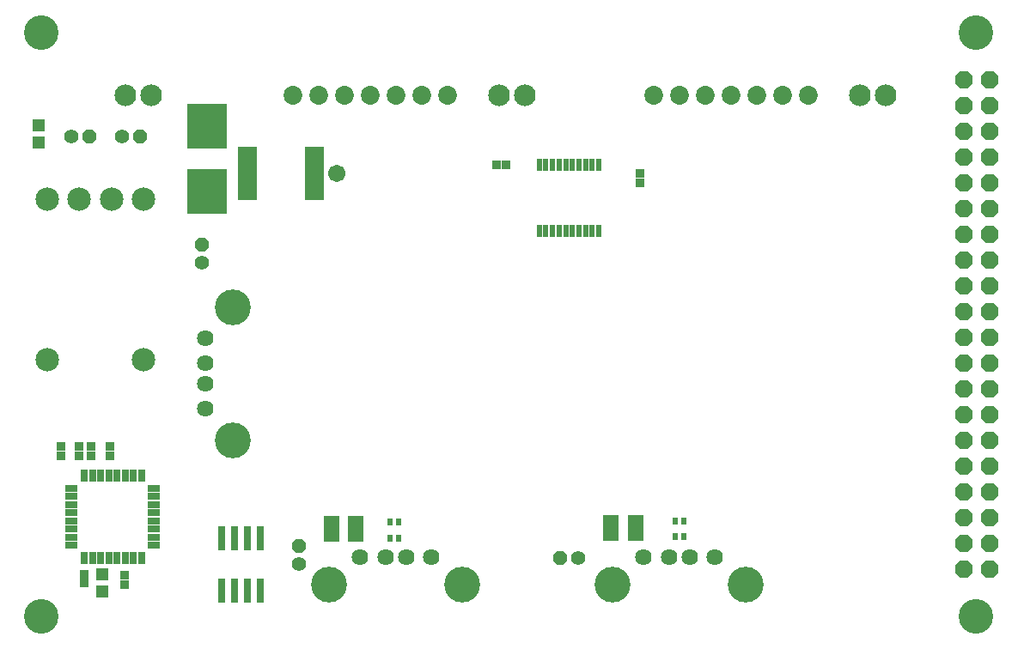
<source format=gts>
G75*
G70*
%OFA0B0*%
%FSLAX24Y24*%
%IPPOS*%
%LPD*%
%AMOC8*
5,1,8,0,0,1.08239X$1,22.5*
%
%ADD10C,0.1340*%
%ADD11C,0.0907*%
%ADD12OC8,0.0560*%
%ADD13C,0.0560*%
%ADD14R,0.0513X0.0474*%
%ADD15C,0.0730*%
%ADD16C,0.0840*%
%ADD17C,0.0640*%
%ADD18C,0.1390*%
%ADD19R,0.0237X0.0257*%
%ADD20R,0.0257X0.0474*%
%ADD21R,0.0474X0.0257*%
%ADD22R,0.0316X0.0946*%
%ADD23R,0.0474X0.0513*%
%ADD24R,0.0631X0.1025*%
%ADD25R,0.0336X0.0336*%
%ADD26OC8,0.0680*%
%ADD27R,0.1580X0.1749*%
%ADD28R,0.0198X0.0474*%
%ADD29R,0.0780X0.2080*%
%ADD30C,0.0671*%
D10*
X001834Y002943D03*
X001834Y025620D03*
X038094Y025620D03*
X038094Y002943D03*
D11*
X005797Y012898D03*
X002047Y012898D03*
X002047Y019148D03*
X003297Y019148D03*
X004547Y019148D03*
X005797Y019148D03*
D12*
X008055Y017387D03*
X005649Y021565D03*
X003680Y021565D03*
X011807Y005683D03*
X021957Y005191D03*
D13*
X022657Y005191D03*
X011807Y004983D03*
X008055Y016687D03*
X004949Y021565D03*
X002980Y021565D03*
D14*
X001704Y021333D03*
X001704Y022002D03*
D15*
X011574Y023183D03*
X012574Y023183D03*
X013574Y023183D03*
X014574Y023183D03*
X015574Y023183D03*
X016574Y023183D03*
X017574Y023183D03*
X025574Y023183D03*
X026574Y023183D03*
X027574Y023183D03*
X028574Y023183D03*
X029574Y023183D03*
X030574Y023183D03*
X031574Y023183D03*
D16*
X033574Y023183D03*
X034574Y023183D03*
X020574Y023183D03*
X019574Y023183D03*
X006074Y023183D03*
X005074Y023183D03*
D17*
X008186Y013739D03*
X008186Y012759D03*
X008186Y011969D03*
X008186Y010989D03*
X014199Y005253D03*
X015179Y005253D03*
X015969Y005253D03*
X016949Y005253D03*
X025199Y005253D03*
X026179Y005253D03*
X026969Y005253D03*
X027949Y005253D03*
D18*
X029159Y004183D03*
X023989Y004183D03*
X018159Y004183D03*
X012989Y004183D03*
X009256Y009779D03*
X009256Y014949D03*
D19*
X015366Y006595D03*
X015681Y006595D03*
X015681Y005984D03*
X015366Y005984D03*
X026429Y006028D03*
X026744Y006028D03*
X026744Y006638D03*
X026429Y006638D03*
D20*
X005704Y005191D03*
X005389Y005191D03*
X005074Y005191D03*
X004760Y005191D03*
X004445Y005191D03*
X004130Y005191D03*
X003815Y005191D03*
X003500Y005191D03*
X003500Y008419D03*
X003815Y008419D03*
X004130Y008419D03*
X004445Y008419D03*
X004760Y008419D03*
X005074Y008419D03*
X005389Y008419D03*
X005704Y008419D03*
D21*
X006197Y007908D03*
X006197Y007593D03*
X006197Y007278D03*
X006197Y006963D03*
X006197Y006648D03*
X006197Y006333D03*
X006197Y006018D03*
X006197Y005703D03*
X002968Y005703D03*
X002968Y006018D03*
X002968Y006333D03*
X002968Y006648D03*
X002968Y006963D03*
X002968Y007278D03*
X002968Y007593D03*
X002968Y007908D03*
D22*
X008824Y005982D03*
X009324Y005982D03*
X009824Y005982D03*
X010324Y005982D03*
X010324Y003935D03*
X009824Y003935D03*
X009324Y003935D03*
X008824Y003935D03*
D23*
X004197Y003908D03*
X004197Y004577D03*
D24*
X013071Y006345D03*
X014015Y006345D03*
X023925Y006384D03*
X024870Y006384D03*
D25*
X025063Y019774D03*
X025063Y020128D03*
X019846Y020463D03*
X019492Y020463D03*
X004472Y009537D03*
X004472Y009183D03*
X003763Y009183D03*
X003763Y009537D03*
X003291Y009537D03*
X003291Y009183D03*
X002582Y009183D03*
X002582Y009537D03*
X003488Y004577D03*
X003488Y004223D03*
X005063Y004183D03*
X005063Y004537D03*
D26*
X037634Y004782D03*
X038634Y004782D03*
X038634Y005782D03*
X038634Y006782D03*
X037634Y006782D03*
X037634Y005782D03*
X037634Y007782D03*
X038634Y007782D03*
X038634Y008782D03*
X038634Y009782D03*
X037634Y009782D03*
X037634Y008782D03*
X037634Y010782D03*
X038634Y010782D03*
X038634Y011782D03*
X037634Y011782D03*
X037634Y012782D03*
X038634Y012782D03*
X038634Y013782D03*
X037634Y013782D03*
X037634Y014782D03*
X038634Y014782D03*
X038634Y015782D03*
X037634Y015782D03*
X037634Y016782D03*
X038634Y016782D03*
X038634Y017782D03*
X037634Y017782D03*
X037634Y018782D03*
X038634Y018782D03*
X038634Y019782D03*
X037634Y019782D03*
X037634Y020782D03*
X038634Y020782D03*
X038634Y021782D03*
X038634Y022782D03*
X037634Y022782D03*
X037634Y021782D03*
X037634Y023782D03*
X038634Y023782D03*
D27*
X008252Y021959D03*
X008252Y019447D03*
D28*
X021145Y020463D03*
X021401Y020463D03*
X021657Y020463D03*
X021913Y020463D03*
X022169Y020463D03*
X022425Y020463D03*
X022681Y020463D03*
X022937Y020463D03*
X023193Y020463D03*
X023449Y020463D03*
X023449Y017904D03*
X023193Y017904D03*
X022937Y017904D03*
X022681Y017904D03*
X022425Y017904D03*
X022169Y017904D03*
X021913Y017904D03*
X021657Y017904D03*
X021401Y017904D03*
X021145Y017904D03*
D29*
X012421Y020132D03*
X009821Y020132D03*
D30*
X013291Y020148D03*
M02*

</source>
